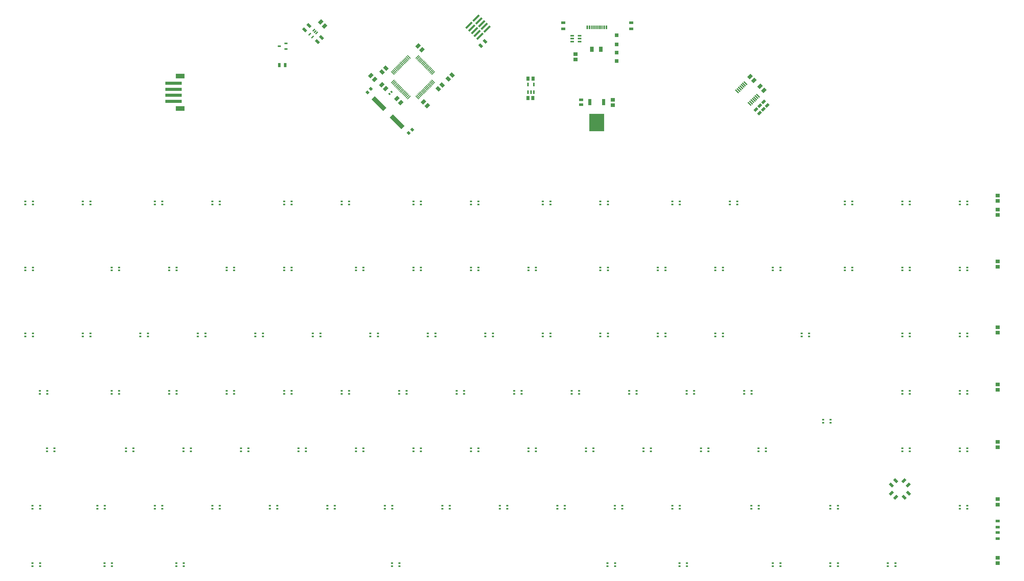
<source format=gtp>
G04 #@! TF.GenerationSoftware,KiCad,Pcbnew,7.0.8*
G04 #@! TF.CreationDate,2024-02-16T20:15:50-06:00*
G04 #@! TF.ProjectId,VesselV3,56657373-656c-4563-932e-6b696361645f,3.0*
G04 #@! TF.SameCoordinates,Original*
G04 #@! TF.FileFunction,Paste,Top*
G04 #@! TF.FilePolarity,Positive*
%FSLAX46Y46*%
G04 Gerber Fmt 4.6, Leading zero omitted, Abs format (unit mm)*
G04 Created by KiCad (PCBNEW 7.0.8) date 2024-02-16 20:15:50*
%MOMM*%
%LPD*%
G01*
G04 APERTURE LIST*
G04 Aperture macros list*
%AMRotRect*
0 Rectangle, with rotation*
0 The origin of the aperture is its center*
0 $1 length*
0 $2 width*
0 $3 Rotation angle, in degrees counterclockwise*
0 Add horizontal line*
21,1,$1,$2,0,0,$3*%
G04 Aperture macros list end*
%ADD10RotRect,0.950000X1.450000X45.000000*%
%ADD11RotRect,1.150000X1.450000X45.000000*%
%ADD12R,0.647700X0.609600*%
%ADD13R,0.950000X1.450000*%
%ADD14RotRect,1.150000X1.450000X135.000000*%
%ADD15R,0.600000X1.250000*%
%ADD16R,0.300000X1.250000*%
%ADD17R,1.390000X0.910000*%
%ADD18R,1.200000X1.200000*%
%ADD19RotRect,0.650000X2.850000X135.000000*%
%ADD20RotRect,0.450000X1.475000X45.000000*%
%ADD21R,1.020000X1.470000*%
%ADD22R,1.450000X1.150000*%
%ADD23RotRect,0.910000X1.390000X315.000000*%
%ADD24R,1.000000X2.100000*%
%ADD25R,4.900000X5.850000*%
%ADD26R,1.220000X1.200000*%
%ADD27R,1.050000X0.600000*%
%ADD28RotRect,0.950000X1.000000X225.000000*%
%ADD29RotRect,0.300000X1.475000X135.000000*%
%ADD30RotRect,0.300000X1.475000X45.000000*%
%ADD31RotRect,1.150000X1.450000X315.000000*%
%ADD32R,1.450000X0.950000*%
%ADD33R,0.600000X1.200000*%
%ADD34R,1.400000X0.950000*%
%ADD35RotRect,0.950000X1.450000X135.000000*%
%ADD36RotRect,0.400000X1.050000X315.000000*%
%ADD37R,1.200000X0.600000*%
%ADD38RotRect,0.950000X1.400000X225.000000*%
%ADD39RotRect,1.150000X1.450000X225.000000*%
%ADD40RotRect,1.500000X5.500000X45.000000*%
%ADD41R,1.160000X1.820000*%
%ADD42RotRect,0.510000X0.600000X45.000000*%
%ADD43R,5.500000X1.000000*%
%ADD44R,3.000000X1.600000*%
G04 APERTURE END LIST*
D10*
X343136793Y-185928007D03*
X344551007Y-184513793D03*
D11*
X193037208Y-54485792D03*
X194310000Y-53213000D03*
D12*
X177673050Y-211868701D03*
X177673050Y-212868699D03*
X180149550Y-212868699D03*
X180149550Y-211868701D03*
D10*
X148772793Y-34961707D03*
X150187007Y-33547493D03*
D13*
X140329000Y-46615000D03*
X142329000Y-46615000D03*
D10*
X347382693Y-190009207D03*
X348796907Y-188594993D03*
D14*
X180595396Y-59056396D03*
X179322604Y-57783604D03*
D12*
X139668250Y-193818699D03*
X139668250Y-192818701D03*
X137191750Y-192818701D03*
X137191750Y-193818699D03*
D15*
X248780000Y-34158000D03*
X247980000Y-34158000D03*
D16*
X246830000Y-34158000D03*
X245830000Y-34158000D03*
X245330000Y-34158000D03*
X244330000Y-34158000D03*
D15*
X243180000Y-34158000D03*
X242380000Y-34158000D03*
D16*
X243830000Y-34158000D03*
X244830000Y-34158000D03*
X246330000Y-34158000D03*
X247330000Y-34158000D03*
D12*
X168243250Y-114761199D03*
X168243250Y-113761201D03*
X165766750Y-113761201D03*
X165766750Y-114761199D03*
X151479250Y-135668701D03*
X151479250Y-136668699D03*
X153955750Y-136668699D03*
X153955750Y-135668701D03*
X63373050Y-173768701D03*
X63373050Y-174768699D03*
X65849550Y-174768699D03*
X65849550Y-173768701D03*
X161004250Y-91853701D03*
X161004250Y-92853699D03*
X163480750Y-92853699D03*
X163480750Y-91853701D03*
D17*
X240393000Y-58130600D03*
X240393000Y-59770600D03*
D12*
X163480750Y-155718699D03*
X163480750Y-154718701D03*
X161004250Y-154718701D03*
X161004250Y-155718699D03*
X184816750Y-173768701D03*
X184816750Y-174768699D03*
X187293250Y-174768699D03*
X187293250Y-173768701D03*
X287305750Y-114761199D03*
X287305750Y-113761201D03*
X284829250Y-113761201D03*
X284829250Y-114761199D03*
X239680750Y-155718699D03*
X239680750Y-154718701D03*
X237204250Y-154718701D03*
X237204250Y-155718699D03*
X177768250Y-193818699D03*
X177768250Y-192818701D03*
X175291750Y-192818701D03*
X175291750Y-193818699D03*
D18*
X252095000Y-45269000D03*
X252095000Y-42469000D03*
D19*
X209187055Y-34689047D03*
X206818247Y-37057855D03*
X208289029Y-33791022D03*
X205920222Y-36159829D03*
X207391004Y-32892996D03*
X205022196Y-35261804D03*
X206492978Y-31994971D03*
X204124171Y-34363778D03*
X205594953Y-31096945D03*
X203226145Y-33465753D03*
D20*
X294784879Y-52632162D03*
X294325259Y-53091781D03*
X293865640Y-53551401D03*
X293406020Y-54011020D03*
X292946401Y-54470640D03*
X292486781Y-54930259D03*
X292027162Y-55389879D03*
X296182121Y-59544838D03*
X296641741Y-59085219D03*
X297101360Y-58625599D03*
X297560980Y-58165980D03*
X298020599Y-57706360D03*
X298480219Y-57246741D03*
X298939838Y-56787121D03*
D21*
X222769000Y-57575000D03*
X224389000Y-57575000D03*
D12*
X182530750Y-155718699D03*
X182530750Y-154718701D03*
X180054250Y-154718701D03*
X180054250Y-155718699D03*
D14*
X300863000Y-54991000D03*
X299590208Y-53718208D03*
D12*
X215868250Y-193818699D03*
X215868250Y-192818701D03*
X213391750Y-192818701D03*
X213391750Y-193818699D03*
X144430750Y-114761199D03*
X144430750Y-113761201D03*
X141954250Y-113761201D03*
X141954250Y-114761199D03*
X203866750Y-173768701D03*
X203866750Y-174768699D03*
X206343250Y-174768699D03*
X206343250Y-173768701D03*
X322929250Y-211868701D03*
X322929250Y-212868699D03*
X325405750Y-212868699D03*
X325405750Y-211868701D03*
X253968250Y-193818699D03*
X253968250Y-192818701D03*
X251491750Y-192818701D03*
X251491750Y-193818699D03*
X249110550Y-211868701D03*
X249110550Y-212868699D03*
X251587050Y-212868699D03*
X251587050Y-211868701D03*
D10*
X152963793Y-38898707D03*
X154378007Y-37484493D03*
D12*
X368268250Y-114761199D03*
X368268250Y-113761201D03*
X365791750Y-113761201D03*
X365791750Y-114761199D03*
X220630750Y-155718699D03*
X220630750Y-154718701D03*
X218154250Y-154718701D03*
X218154250Y-155718699D03*
D22*
X378333000Y-173377000D03*
X378333000Y-171577000D03*
D12*
X272923050Y-211868701D03*
X272923050Y-212868699D03*
X275399550Y-212868699D03*
X275399550Y-211868701D03*
D22*
X378333000Y-91694000D03*
X378333000Y-89894000D03*
X378333000Y-135382000D03*
X378333000Y-133582000D03*
D12*
X323024550Y-165243699D03*
X323024550Y-164243701D03*
X320548050Y-164243701D03*
X320548050Y-165243699D03*
X327691750Y-91853701D03*
X327691750Y-92853699D03*
X330168250Y-92853699D03*
X330168250Y-91853701D03*
X101568250Y-193818699D03*
X101568250Y-192818701D03*
X99091750Y-192818701D03*
X99091750Y-193818699D03*
X106330750Y-114761199D03*
X106330750Y-113761201D03*
X103854250Y-113761201D03*
X103854250Y-114761199D03*
D23*
X298276572Y-61421572D03*
X299436228Y-62581228D03*
D24*
X247771000Y-58896000D03*
X243211000Y-58896000D03*
D25*
X245491000Y-65696000D03*
D21*
X222779000Y-51145000D03*
X224399000Y-51145000D03*
D12*
X82518250Y-193818699D03*
X82518250Y-192818701D03*
X80041750Y-192818701D03*
X80041750Y-193818699D03*
X365791750Y-91853701D03*
X365791750Y-92853699D03*
X368268250Y-92853699D03*
X368268250Y-91853701D03*
X144430750Y-155718699D03*
X144430750Y-154718701D03*
X141954250Y-154718701D03*
X141954250Y-155718699D03*
X158718250Y-193818699D03*
X158718250Y-192818701D03*
X156241750Y-192818701D03*
X156241750Y-193818699D03*
D26*
X252095000Y-39803000D03*
X252095000Y-36703000D03*
D12*
X201580750Y-155718699D03*
X201580750Y-154718701D03*
X199104250Y-154718701D03*
X199104250Y-155718699D03*
X227679250Y-135668701D03*
X227679250Y-136668699D03*
X230155750Y-136668699D03*
X230155750Y-135668701D03*
D27*
X142579000Y-41315000D03*
X142579000Y-39415000D03*
X140379000Y-40365000D03*
D28*
X170718485Y-54538415D03*
X169587115Y-55669785D03*
D22*
X238506000Y-43002200D03*
X238506000Y-44802200D03*
D29*
X177948971Y-52078728D03*
X178302524Y-52432282D03*
X178656078Y-52785835D03*
X179009631Y-53139388D03*
X179363184Y-53492942D03*
X179716738Y-53846495D03*
X180070291Y-54200049D03*
X180423845Y-54553602D03*
X180777398Y-54907155D03*
X181130951Y-55260709D03*
X181484505Y-55614262D03*
X181838058Y-55967816D03*
X182191612Y-56321369D03*
X182545165Y-56674922D03*
X182898718Y-57028476D03*
X183252272Y-57382029D03*
D30*
X186063728Y-57382029D03*
X186417282Y-57028476D03*
X186770835Y-56674922D03*
X187124388Y-56321369D03*
X187477942Y-55967816D03*
X187831495Y-55614262D03*
X188185049Y-55260709D03*
X188538602Y-54907155D03*
X188892155Y-54553602D03*
X189245709Y-54200049D03*
X189599262Y-53846495D03*
X189952816Y-53492942D03*
X190306369Y-53139388D03*
X190659922Y-52785835D03*
X191013476Y-52432282D03*
X191367029Y-52078728D03*
D29*
X191367029Y-49267272D03*
X191013476Y-48913718D03*
X190659922Y-48560165D03*
X190306369Y-48206612D03*
X189952816Y-47853058D03*
X189599262Y-47499505D03*
X189245709Y-47145951D03*
X188892155Y-46792398D03*
X188538602Y-46438845D03*
X188185049Y-46085291D03*
X187831495Y-45731738D03*
X187477942Y-45378184D03*
X187124388Y-45024631D03*
X186770835Y-44671078D03*
X186417282Y-44317524D03*
X186063728Y-43963971D03*
D30*
X183252272Y-43963971D03*
X182898718Y-44317524D03*
X182545165Y-44671078D03*
X182191612Y-45024631D03*
X181838058Y-45378184D03*
X181484505Y-45731738D03*
X181130951Y-46085291D03*
X180777398Y-46438845D03*
X180423845Y-46792398D03*
X180070291Y-47145951D03*
X179716738Y-47499505D03*
X179363184Y-47853058D03*
X179009631Y-48206612D03*
X178656078Y-48560165D03*
X178302524Y-48913718D03*
X177948971Y-49267272D03*
D12*
X75279250Y-91853701D03*
X75279250Y-92853699D03*
X77755750Y-92853699D03*
X77755750Y-91853701D03*
D31*
X296291000Y-50419000D03*
X297563792Y-51691792D03*
D12*
X365791750Y-173768701D03*
X365791750Y-174768699D03*
X368268250Y-174768699D03*
X368268250Y-173768701D03*
D22*
X378333000Y-113560000D03*
X378333000Y-111760000D03*
D12*
X325405750Y-193818699D03*
X325405750Y-192818701D03*
X322929250Y-192818701D03*
X322929250Y-193818699D03*
D28*
X184376785Y-68058115D03*
X183245415Y-69189485D03*
D12*
X75279250Y-135668701D03*
X75279250Y-136668699D03*
X77755750Y-136668699D03*
X77755750Y-135668701D03*
X165766750Y-173768701D03*
X165766750Y-174768699D03*
X168243250Y-174768699D03*
X168243250Y-173768701D03*
X89566750Y-173768701D03*
X89566750Y-174768699D03*
X92043250Y-174768699D03*
X92043250Y-173768701D03*
X63468250Y-155718699D03*
X63468250Y-154718701D03*
X60991750Y-154718701D03*
X60991750Y-155718699D03*
X99091750Y-91853701D03*
X99091750Y-92853699D03*
X101568250Y-92853699D03*
X101568250Y-91853701D03*
X368268250Y-193818699D03*
X368268250Y-192818701D03*
X365791750Y-192818701D03*
X365791750Y-193818699D03*
X196818250Y-193818699D03*
X196818250Y-192818701D03*
X194341750Y-192818701D03*
X194341750Y-193818699D03*
X146716750Y-173768701D03*
X146716750Y-174768699D03*
X149193250Y-174768699D03*
X149193250Y-173768701D03*
D32*
X378333000Y-199882000D03*
X378333000Y-197882000D03*
D23*
X299546572Y-60151572D03*
X300706228Y-61311228D03*
D12*
X241966750Y-173768701D03*
X241966750Y-174768699D03*
X244443250Y-174768699D03*
X244443250Y-173768701D03*
X125380750Y-155718699D03*
X125380750Y-154718701D03*
X122904250Y-154718701D03*
X122904250Y-155718699D03*
D23*
X300816572Y-58881572D03*
X301976228Y-60041228D03*
D33*
X222779000Y-55625000D03*
X223729000Y-55625000D03*
X224679000Y-55625000D03*
X224679000Y-53125000D03*
X222779000Y-53125000D03*
D12*
X341979250Y-211868701D03*
X341979250Y-212868699D03*
X344455750Y-212868699D03*
X344455750Y-211868701D03*
D34*
X256921000Y-34613600D03*
X256921000Y-32613600D03*
D35*
X348742007Y-185928007D03*
X347327793Y-184513793D03*
D12*
X296830750Y-155718699D03*
X296830750Y-154718701D03*
X294354250Y-154718701D03*
X294354250Y-155718699D03*
X268255750Y-114761199D03*
X268255750Y-113761201D03*
X265779250Y-113761201D03*
X265779250Y-114761199D03*
X303879250Y-211868701D03*
X303879250Y-212868699D03*
X306355750Y-212868699D03*
X306355750Y-211868701D03*
X346741750Y-173768701D03*
X346741750Y-174768699D03*
X349218250Y-174768699D03*
X349218250Y-173768701D03*
X141954250Y-91853701D03*
X141954250Y-92853699D03*
X144430750Y-92853699D03*
X144430750Y-91853701D03*
X258730750Y-155718699D03*
X258730750Y-154718701D03*
X256254250Y-154718701D03*
X256254250Y-155718699D03*
X299212050Y-193818699D03*
X299212050Y-192818701D03*
X296735550Y-192818701D03*
X296735550Y-193818699D03*
D31*
X186309000Y-40259000D03*
X187581792Y-41531792D03*
D12*
X234918250Y-193818699D03*
X234918250Y-192818701D03*
X232441750Y-192818701D03*
X232441750Y-193818699D03*
D14*
X155321000Y-33655000D03*
X154048208Y-32382208D03*
D12*
X184816750Y-91853701D03*
X184816750Y-92853699D03*
X187293250Y-92853699D03*
X187293250Y-91853701D03*
X58705750Y-114761199D03*
X58705750Y-113761201D03*
X56229250Y-113761201D03*
X56229250Y-114761199D03*
X56229250Y-91853701D03*
X56229250Y-92853699D03*
X58705750Y-92853699D03*
X58705750Y-91853701D03*
X208629250Y-135668701D03*
X208629250Y-136668699D03*
X211105750Y-136668699D03*
X211105750Y-135668701D03*
X189579250Y-135668701D03*
X189579250Y-136668699D03*
X192055750Y-136668699D03*
X192055750Y-135668701D03*
X127666750Y-173768701D03*
X127666750Y-174768699D03*
X130143250Y-174768699D03*
X130143250Y-173768701D03*
D36*
X152715371Y-36002368D03*
X152255751Y-35542749D03*
X151796132Y-35083129D03*
X150452629Y-36426632D03*
X151371868Y-37345871D03*
D12*
X246729250Y-91853701D03*
X246729250Y-92853699D03*
X249205750Y-92853699D03*
X249205750Y-91853701D03*
D11*
X196339208Y-51183792D03*
X197612000Y-49911000D03*
D12*
X306355750Y-114761199D03*
X306355750Y-113761201D03*
X303879250Y-113761201D03*
X303879250Y-114761199D03*
X346741750Y-91853701D03*
X346741750Y-92853699D03*
X349218250Y-92853699D03*
X349218250Y-91853701D03*
X82423050Y-211868701D03*
X82423050Y-212868699D03*
X84899550Y-212868699D03*
X84899550Y-211868701D03*
X365791750Y-135668701D03*
X365791750Y-136668699D03*
X368268250Y-136668699D03*
X368268250Y-135668701D03*
X273018250Y-193818699D03*
X273018250Y-192818701D03*
X270541750Y-192818701D03*
X270541750Y-193818699D03*
X120618250Y-193818699D03*
X120618250Y-192818701D03*
X118141750Y-192818701D03*
X118141750Y-193818699D03*
X368268250Y-155718699D03*
X368268250Y-154718701D03*
X365791750Y-154718701D03*
X365791750Y-155718699D03*
X58610550Y-211868701D03*
X58610550Y-212868699D03*
X61087050Y-212868699D03*
X61087050Y-211868701D03*
X87280750Y-155718699D03*
X87280750Y-154718701D03*
X84804250Y-154718701D03*
X84804250Y-155718699D03*
D22*
X378333000Y-154327000D03*
X378333000Y-152527000D03*
D34*
X234442000Y-34613000D03*
X234442000Y-32613000D03*
D12*
X225393250Y-114761199D03*
X225393250Y-113761201D03*
X222916750Y-113761201D03*
X222916750Y-114761199D03*
X106330750Y-155718699D03*
X106330750Y-154718701D03*
X103854250Y-154718701D03*
X103854250Y-155718699D03*
X265779250Y-135668701D03*
X265779250Y-136668699D03*
X268255750Y-136668699D03*
X268255750Y-135668701D03*
X246729250Y-135668701D03*
X246729250Y-136668699D03*
X249205750Y-136668699D03*
X249205750Y-135668701D03*
D22*
X378333000Y-211836000D03*
X378333000Y-210036000D03*
D37*
X239863000Y-38836600D03*
X239863000Y-37886600D03*
X239863000Y-36936600D03*
X237363000Y-36936600D03*
X237363000Y-37886600D03*
X237363000Y-38836600D03*
D22*
X250825000Y-58169400D03*
X250825000Y-59969400D03*
D12*
X106235550Y-211868701D03*
X106235550Y-212868699D03*
X108712050Y-212868699D03*
X108712050Y-211868701D03*
X94329250Y-135668701D03*
X94329250Y-136668699D03*
X96805750Y-136668699D03*
X96805750Y-135668701D03*
X61087050Y-193818699D03*
X61087050Y-192818701D03*
X58610550Y-192818701D03*
X58610550Y-193818699D03*
X118141750Y-91853701D03*
X118141750Y-92853699D03*
X120618250Y-92853699D03*
X120618250Y-91853701D03*
X280066750Y-173768701D03*
X280066750Y-174768699D03*
X282543250Y-174768699D03*
X282543250Y-173768701D03*
X277780750Y-155718699D03*
X277780750Y-154718701D03*
X275304250Y-154718701D03*
X275304250Y-155718699D03*
D38*
X208515707Y-38767693D03*
X207101493Y-40181907D03*
D12*
X108616750Y-173768701D03*
X108616750Y-174768699D03*
X111093250Y-174768699D03*
X111093250Y-173768701D03*
X289591750Y-91853701D03*
X289591750Y-92853699D03*
X292068250Y-92853699D03*
X292068250Y-91853701D03*
D14*
X171921792Y-51387792D03*
X170649000Y-50115000D03*
D12*
X187293250Y-114761199D03*
X187293250Y-113761201D03*
X184816750Y-113761201D03*
X184816750Y-114761199D03*
X113379250Y-135668701D03*
X113379250Y-136668699D03*
X115855750Y-136668699D03*
X115855750Y-135668701D03*
D35*
X344551007Y-190009207D03*
X343136793Y-188594993D03*
D12*
X125380750Y-114761199D03*
X125380750Y-113761201D03*
X122904250Y-113761201D03*
X122904250Y-114761199D03*
X330168250Y-114761199D03*
X330168250Y-113761201D03*
X327691750Y-113761201D03*
X327691750Y-114761199D03*
D32*
X378333000Y-203692000D03*
X378333000Y-201692000D03*
D12*
X349218250Y-155718699D03*
X349218250Y-154718701D03*
X346741750Y-154718701D03*
X346741750Y-155718699D03*
D14*
X175615600Y-54432200D03*
X174342808Y-53159408D03*
D12*
X313404250Y-135668701D03*
X313404250Y-136668699D03*
X315880750Y-136668699D03*
X315880750Y-135668701D03*
D22*
X378333000Y-192416000D03*
X378333000Y-190616000D03*
D12*
X261016750Y-173768701D03*
X261016750Y-174768699D03*
X263493250Y-174768699D03*
X263493250Y-173768701D03*
D39*
X175641000Y-47625000D03*
X174368208Y-48897792D03*
D31*
X188087000Y-58801000D03*
X189359792Y-60073792D03*
D12*
X249205750Y-114761199D03*
X249205750Y-113761201D03*
X246729250Y-113761201D03*
X246729250Y-114761199D03*
X227679250Y-91853701D03*
X227679250Y-92853699D03*
X230155750Y-92853699D03*
X230155750Y-91853701D03*
X349218250Y-114761199D03*
X349218250Y-113761201D03*
X346741750Y-113761201D03*
X346741750Y-114761199D03*
X346741750Y-135668701D03*
X346741750Y-136668699D03*
X349218250Y-136668699D03*
X349218250Y-135668701D03*
D40*
X173386096Y-59477296D03*
X179396504Y-65487704D03*
D12*
X284829250Y-135668701D03*
X284829250Y-136668699D03*
X287305750Y-136668699D03*
X287305750Y-135668701D03*
X206343250Y-114761199D03*
X206343250Y-113761201D03*
X203866750Y-113761201D03*
X203866750Y-114761199D03*
D41*
X243938000Y-41402000D03*
X246888000Y-41402000D03*
D12*
X132429250Y-135668701D03*
X132429250Y-136668699D03*
X134905750Y-136668699D03*
X134905750Y-135668701D03*
X56229250Y-135668701D03*
X56229250Y-136668699D03*
X58705750Y-136668699D03*
X58705750Y-135668701D03*
D22*
X378333000Y-94542200D03*
X378333000Y-96342200D03*
D42*
X176837590Y-56207410D03*
X177495200Y-55549800D03*
D12*
X87280750Y-114761199D03*
X87280750Y-113761201D03*
X84804250Y-113761201D03*
X84804250Y-114761199D03*
X170529250Y-135668701D03*
X170529250Y-136668699D03*
X173005750Y-136668699D03*
X173005750Y-135668701D03*
X222916750Y-173768701D03*
X222916750Y-174768699D03*
X225393250Y-174768699D03*
X225393250Y-173768701D03*
X270541750Y-91853701D03*
X270541750Y-92853699D03*
X273018250Y-92853699D03*
X273018250Y-91853701D03*
X203866750Y-91853701D03*
X203866750Y-92853699D03*
X206343250Y-92853699D03*
X206343250Y-91853701D03*
D43*
X105283000Y-52674000D03*
X105283000Y-54674000D03*
X105283000Y-56674000D03*
X105283000Y-58674000D03*
D44*
X107533000Y-50274000D03*
X107533000Y-61074000D03*
D12*
X299116750Y-173768701D03*
X299116750Y-174768699D03*
X301593250Y-174768699D03*
X301593250Y-173768701D03*
M02*

</source>
